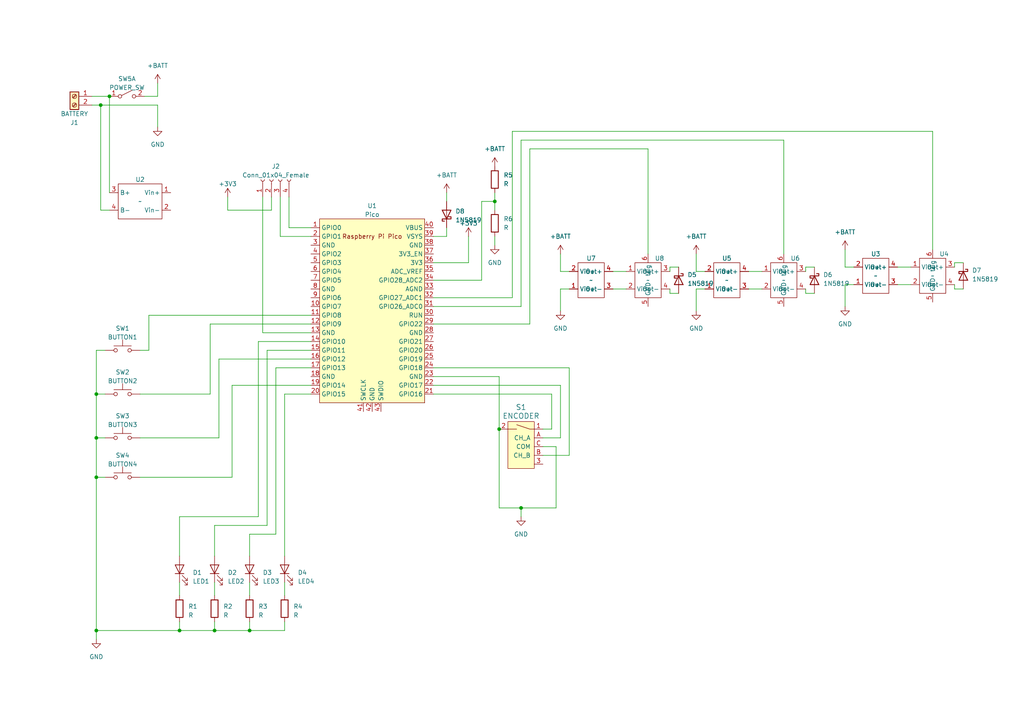
<source format=kicad_sch>
(kicad_sch (version 20230121) (generator eeschema)
  (paper "A4")
  (title_block (title "Drumkit") (date "2024-03-30") (rev "2") (comment 1 "https://git.xythobuz.de/thomas/drumkit") (comment 2 "Licensed under the CERN-OHL-S-2.0+") (comment 4 "Copyright (c) 2024 Kauzerei, Thomas Buck"))
  (lib_symbols
    (symbol "Connector:Conn_01x04_Female" (pin_names (offset 1.016) hide)
      (property "Reference" "J" (at 0 5.08 0))
      (property "Value" "Conn_01x04_Female" (at 0 -7.62 0))
      (symbol "Conn_01x04_Female_1_1"
        (arc (start 0 -4.572) (mid -0.5058 -5.08) (end 0 -5.588) (stroke (width 0.1524)))
        (arc (start 0 -2.032) (mid -0.5058 -2.54) (end 0 -3.048) (stroke (width 0.1524)))
        (polyline (pts (xy -1.27 -5.08) (xy -0.508 -5.08)) (stroke (width 0.1524)))
        (polyline (pts (xy -1.27 -2.54) (xy -0.508 -2.54)) (stroke (width 0.1524)))
        (polyline (pts (xy -1.27 0) (xy -0.508 0)) (stroke (width 0.1524)))
        (polyline (pts (xy -1.27 2.54) (xy -0.508 2.54)) (stroke (width 0.1524)))
        (arc (start 0 0.508) (mid -0.5058 0) (end 0 -0.508) (stroke (width 0.1524)))
        (arc (start 0 3.048) (mid -0.5058 2.54) (end 0 2.032) (stroke (width 0.1524)))
        (pin passive line (at -5.08 2.54 0) (length 3.81) (name "Pin_1") (number "1"))
        (pin passive line (at -5.08 0 0) (length 3.81) (name "Pin_2") (number "2"))
        (pin passive line (at -5.08 -2.54 0) (length 3.81) (name "Pin_3") (number "3"))
        (pin passive line (at -5.08 -5.08 0) (length 3.81) (name "Pin_4") (number "4"))
      )
    )
    (symbol "Connector:Screw_Terminal_01x02" (pin_names (offset 1.016) hide)
      (property "Reference" "J" (at 0 2.54 0))
      (property "Value" "Screw_Terminal_01x02" (at 0 -5.08 0))
      (symbol "Screw_Terminal_01x02_1_1"
        (rectangle (start -1.27 1.27) (end 1.27 -3.81) (stroke (width 0.254)) (fill (type background)))
        (circle (center 0 -2.54) (radius 0.635) (stroke (width 0.1524)))
        (polyline (pts (xy -0.5334 -2.2098) (xy 0.3302 -3.048)) (stroke (width 0.1524)))
        (polyline (pts (xy -0.5334 0.3302) (xy 0.3302 -0.508)) (stroke (width 0.1524)))
        (polyline (pts (xy -0.3556 -2.032) (xy 0.508 -2.8702)) (stroke (width 0.1524)))
        (polyline (pts (xy -0.3556 0.508) (xy 0.508 -0.3302)) (stroke (width 0.1524)))
        (circle (center 0 0) (radius 0.635) (stroke (width 0.1524)))
        (pin passive line (at -5.08 0 0) (length 3.81) (name "Pin_1") (number "1"))
        (pin passive line (at -5.08 -2.54 0) (length 3.81) (name "Pin_2") (number "2"))
      )
    )
    (symbol "Device:LED" (pin_numbers hide) (pin_names (offset 1.016) hide)
      (property "Reference" "D" (at 0 2.54 0))
      (property "Value" "LED" (at 0 -2.54 0))
      (symbol "LED_0_1"
        (polyline (pts (xy -1.27 -1.27) (xy -1.27 1.27)) (stroke (width 0.2032)))
        (polyline (pts (xy -1.27 0) (xy 1.27 0)))
        (polyline (pts (xy 1.27 -1.27) (xy 1.27 1.27) (xy -1.27 0) (xy 1.27 -1.27)) (stroke (width 0.2032)))
        (polyline (pts (xy -3.048 -0.762) (xy -4.572 -2.286) (xy -3.81 -2.286) (xy -4.572 -2.286) (xy -4.572 -1.524)))
        (polyline (pts (xy -1.778 -0.762) (xy -3.302 -2.286) (xy -2.54 -2.286) (xy -3.302 -2.286) (xy -3.302 -1.524)))
      )
      (symbol "LED_1_1"
        (pin passive line (at -3.81 0 0) (length 2.54) (name "K") (number "1"))
        (pin passive line (at 3.81 0 180) (length 2.54) (name "A") (number "2"))
      )
    )
    (symbol "Device:R" (pin_numbers hide) (pin_names (offset 0))
      (property "Reference" "R" (at 2.032 0 90))
      (property "Value" "R" (at 0 0 90))
      (symbol "R_0_1"
        (rectangle (start -1.016 -2.54) (end 1.016 2.54) (stroke (width 0.254)))
      )
      (symbol "R_1_1"
        (pin passive line (at 0 3.81 270) (length 1.27) (name "~") (number "1"))
        (pin passive line (at 0 -3.81 90) (length 1.27) (name "~") (number "2"))
      )
    )
    (symbol "Diode:1N5819" (pin_numbers hide) (pin_names (offset 1.016) hide)
      (property "Reference" "D" (at 0 2.54 0))
      (property "Value" "1N5819" (at 0 -2.54 0))
      (symbol "1N5819_0_1"
        (polyline (pts (xy 1.27 0) (xy -1.27 0)))
        (polyline (pts (xy 1.27 1.27) (xy 1.27 -1.27) (xy -1.27 0) (xy 1.27 1.27)) (stroke (width 0.254)))
        (polyline (pts (xy -1.905 0.635) (xy -1.905 1.27) (xy -1.27 1.27) (xy -1.27 -1.27) (xy -0.635 -1.27) (xy -0.635 -0.635)) (stroke (width 0.254)))
      )
      (symbol "1N5819_1_1"
        (pin passive line (at -3.81 0 0) (length 2.54) (name "K") (number "1"))
        (pin passive line (at 3.81 0 180) (length 2.54) (name "A") (number "2"))
      )
    )
    (symbol "GND_1" (power) (pin_names (offset 0))
      (property "Value" "GND_1" (at 0 -3.81 0))
      (symbol "GND_1_0_1"
        (polyline (pts (xy 0 0) (xy 0 -1.27) (xy 1.27 -1.27) (xy 0 -2.54) (xy -1.27 -1.27) (xy 0 -1.27)))
      )
      (symbol "GND_1_1_1"
        (pin power_in line (at 0 0 270) (length 0) hide (name "GND") (number "1"))
      )
    )
    (symbol "MCU_RaspberryPi_and_Boards:Pico"
      (property "Reference" "U" (at -13.97 27.94 0))
      (property "Value" "Pico" (at 0 19.05 0))
      (symbol "Pico_0_0"
        (text "Raspberry Pi Pico" (at 0 21.59 0) (effects (font (size 1.27 1.27))))
      )
      (symbol "Pico_0_1"
        (rectangle (start -15.24 26.67) (end 15.24 -26.67) (fill (type background)))
      )
      (symbol "Pico_1_1"
        (pin bidirectional line (at -17.78 24.13 0) (length 2.54) (name "GPIO0") (number "1"))
        (pin bidirectional line (at -17.78 1.27 0) (length 2.54) (name "GPIO7") (number "10"))
        (pin bidirectional line (at -17.78 -1.27 0) (length 2.54) (name "GPIO8") (number "11"))
        (pin bidirectional line (at -17.78 -3.81 0) (length 2.54) (name "GPIO9") (number "12"))
        (pin power_in line (at -17.78 -6.35 0) (length 2.54) (name "GND") (number "13"))
        (pin bidirectional line (at -17.78 -8.89 0) (length 2.54) (name "GPIO10") (number "14"))
        (pin bidirectional line (at -17.78 -11.43 0) (length 2.54) (name "GPIO11") (number "15"))
        (pin bidirectional line (at -17.78 -13.97 0) (length 2.54) (name "GPIO12") (number "16"))
        (pin bidirectional line (at -17.78 -16.51 0) (length 2.54) (name "GPIO13") (number "17"))
        (pin power_in line (at -17.78 -19.05 0) (length 2.54) (name "GND") (number "18"))
        (pin bidirectional line (at -17.78 -21.59 0) (length 2.54) (name "GPIO14") (number "19"))
        (pin bidirectional line (at -17.78 21.59 0) (length 2.54) (name "GPIO1") (number "2"))
        (pin bidirectional line (at -17.78 -24.13 0) (length 2.54) (name "GPIO15") (number "20"))
        (pin bidirectional line (at 17.78 -24.13 180) (length 2.54) (name "GPIO16") (number "21"))
        (pin bidirectional line (at 17.78 -21.59 180) (length 2.54) (name "GPIO17") (number "22"))
        (pin power_in line (at 17.78 -19.05 180) (length 2.54) (name "GND") (number "23"))
        (pin bidirectional line (at 17.78 -16.51 180) (length 2.54) (name "GPIO18") (number "24"))
        (pin bidirectional line (at 17.78 -13.97 180) (length 2.54) (name "GPIO19") (number "25"))
        (pin bidirectional line (at 17.78 -11.43 180) (length 2.54) (name "GPIO20") (number "26"))
        (pin bidirectional line (at 17.78 -8.89 180) (length 2.54) (name "GPIO21") (number "27"))
        (pin power_in line (at 17.78 -6.35 180) (length 2.54) (name "GND") (number "28"))
        (pin bidirectional line (at 17.78 -3.81 180) (length 2.54) (name "GPIO22") (number "29"))
        (pin power_in line (at -17.78 19.05 0) (length 2.54) (name "GND") (number "3"))
        (pin input line (at 17.78 -1.27 180) (length 2.54) (name "RUN") (number "30"))
        (pin bidirectional line (at 17.78 1.27 180) (length 2.54) (name "GPIO26_ADC0") (number "31"))
        (pin bidirectional line (at 17.78 3.81 180) (length 2.54) (name "GPIO27_ADC1") (number "32"))
        (pin power_in line (at 17.78 6.35 180) (length 2.54) (name "AGND") (number "33"))
        (pin bidirectional line (at 17.78 8.89 180) (length 2.54) (name "GPIO28_ADC2") (number "34"))
        (pin power_in line (at 17.78 11.43 180) (length 2.54) (name "ADC_VREF") (number "35"))
        (pin power_in line (at 17.78 13.97 180) (length 2.54) (name "3V3") (number "36"))
        (pin input line (at 17.78 16.51 180) (length 2.54) (name "3V3_EN") (number "37"))
        (pin bidirectional line (at 17.78 19.05 180) (length 2.54) (name "GND") (number "38"))
        (pin power_in line (at 17.78 21.59 180) (length 2.54) (name "VSYS") (number "39"))
        (pin bidirectional line (at -17.78 16.51 0) (length 2.54) (name "GPIO2") (number "4"))
        (pin power_in line (at 17.78 24.13 180) (length 2.54) (name "VBUS") (number "40"))
        (pin input line (at -2.54 -29.21 90) (length 2.54) (name "SWCLK") (number "41"))
        (pin power_in line (at 0 -29.21 90) (length 2.54) (name "GND") (number "42"))
        (pin bidirectional line (at 2.54 -29.21 90) (length 2.54) (name "SWDIO") (number "43"))
        (pin bidirectional line (at -17.78 13.97 0) (length 2.54) (name "GPIO3") (number "5"))
        (pin bidirectional line (at -17.78 11.43 0) (length 2.54) (name "GPIO4") (number "6"))
        (pin bidirectional line (at -17.78 8.89 0) (length 2.54) (name "GPIO5") (number "7"))
        (pin power_in line (at -17.78 6.35 0) (length 2.54) (name "GND") (number "8"))
        (pin bidirectional line (at -17.78 3.81 0) (length 2.54) (name "GPIO6") (number "9"))
      )
    )
    (symbol "R_1" (pin_numbers hide) (pin_names (offset 0))
      (property "Reference" "R" (at 2.032 0 90))
      (property "Value" "R" (at 0 0 90))
      (symbol "R_1_0_1"
        (rectangle (start -1.016 -2.54) (end 1.016 2.54) (stroke (width 0.254)))
      )
      (symbol "R_1_1_1"
        (pin passive line (at 0 3.81 270) (length 1.27) (name "~") (number "1"))
        (pin passive line (at 0 -3.81 90) (length 1.27) (name "~") (number "2"))
      )
    )
    (symbol "Switch:SW_DPST_x2" (pin_names (offset 0) hide)
      (property "Reference" "SW" (at 0 3.175 0))
      (property "Value" "SW_DPST_x2" (at 0 -2.54 0))
      (symbol "SW_DPST_x2_0_0"
        (circle (center -2.032 0) (radius 0.508))
        (polyline (pts (xy -1.524 0.254) (xy 1.524 1.778)))
        (circle (center 2.032 0) (radius 0.508))
      )
      (symbol "SW_DPST_x2_1_1"
        (pin passive line (at -5.08 0 0) (length 2.54) (name "A") (number "1"))
        (pin passive line (at 5.08 0 180) (length 2.54) (name "B") (number "2"))
      )
      (symbol "SW_DPST_x2_2_1"
        (pin passive line (at -5.08 0 0) (length 2.54) (name "A") (number "3"))
        (pin passive line (at 5.08 0 180) (length 2.54) (name "B") (number "4"))
      )
    )
    (symbol "Switch:SW_Push" (pin_numbers hide) (pin_names (offset 1.016) hide)
      (property "Reference" "SW" (at 1.27 2.54 0))
      (property "Value" "SW_Push" (at 0 -1.524 0))
      (symbol "SW_Push_0_1"
        (circle (center -2.032 0) (radius 0.508))
        (polyline (pts (xy 0 1.27) (xy 0 3.048)))
        (polyline (pts (xy 2.54 1.27) (xy -2.54 1.27)))
        (circle (center 2.032 0) (radius 0.508))
        (pin passive line (at -5.08 0 0) (length 2.54) (name "1") (number "1"))
        (pin passive line (at 5.08 0 180) (length 2.54) (name "2") (number "2"))
      )
    )
    (symbol "chinese_modules:charger"
      (property "Reference" "U" (at 0 0 0))
      (symbol "charger_0_1"
        (rectangle (start -6.35 5.08) (end 6.35 -5.08))
      )
      (symbol "charger_1_1"
        (pin input line (at 8.89 2.54 180) (length 2.54) (name "Vin+") (number "1"))
        (pin input line (at 8.89 -2.54 180) (length 2.54) (name "Vin-") (number "2"))
        (pin input line (at -8.89 2.54 0) (length 2.54) (name "B+") (number "3"))
        (pin input line (at -8.89 -2.54 0) (length 2.54) (name "B-") (number "4"))
      )
    )
    (symbol "chinese_modules:dc-dc"
      (property "Reference" "U" (at 0 0 0))
      (symbol "dc-dc_0_1"
        (rectangle (start -3.81 5.08) (end 3.81 -5.08))
      )
      (symbol "dc-dc_1_1"
        (pin power_in line (at -6.35 -2.54 0) (length 2.54) (name "Vin+") (number "1"))
        (pin power_in line (at -6.35 2.54 0) (length 2.54) (name "Vin+") (number "2"))
        (pin power_out line (at 6.35 -2.54 180) (length 2.54) (name "Out-") (number "3"))
        (pin power_out line (at 6.35 2.54 180) (length 2.54) (name "Out+") (number "4"))
      )
    )
    (symbol "chinese_modules:xy-mos"
      (property "Reference" "U" (at -11.43 0 0))
      (symbol "xy-mos_0_1"
        (rectangle (start -3.81 5.08) (end 3.81 -5.08))
      )
      (symbol "xy-mos_1_1"
        (pin power_in line (at -6.35 2.54 0) (length 2.54) (name "Vin+") (number "1"))
        (pin power_in line (at -6.35 -2.54 0) (length 2.54) (name "Vin-") (number "2"))
        (pin power_out line (at 6.35 2.54 180) (length 2.54) (name "Out+") (number "3"))
        (pin power_out line (at 6.35 -2.54 180) (length 2.54) (name "Out-") (number "4"))
        (pin input line (at 0 -7.62 90) (length 2.54) (name "GND") (number "5"))
        (pin input line (at 0 7.62 270) (length 2.54) (name "trig") (number "6"))
      )
    )
    (symbol "dk_Encoders:PEC11R-4215F-S0024" (pin_names (offset 1.016))
      (property "Reference" "S" (at -1.27 5.715 0))
      (property "Value" "PEC11R-4215F-S0024" (at -1.27 -9.906 0))
      (symbol "PEC11R-4215F-S0024_0_1"
        (rectangle (start -5.08 4.699) (end 2.54 -8.89) (fill (type background)))
        (polyline (pts (xy 0 2.54) (xy 2.54 2.54)))
        (polyline (pts (xy -5.08 2.54) (xy -3.81 2.54) (xy 0 3.81)))
      )
      (symbol "PEC11R-4215F-S0024_1_1"
        (pin bidirectional line (at -7.62 2.54 0) (length 2.54) (name "~") (number "1"))
        (pin bidirectional line (at 5.08 2.54 180) (length 2.54) (name "~") (number "2"))
        (pin unspecified line (at -7.62 -7.62 0) (length 2.54) (name "~") (number "3"))
        (pin bidirectional line (at -7.62 0 0) (length 2.54) (name "CH_A") (number "A"))
        (pin bidirectional line (at -7.62 -5.08 0) (length 2.54) (name "CH_B") (number "B"))
        (pin input line (at -7.62 -2.54 0) (length 2.54) (name "COM") (number "C"))
      )
    )
    (symbol "power:+3.3V" (power) (pin_names (offset 0))
      (property "Value" "+3.3V" (at 0 3.556 0))
      (symbol "+3.3V_0_1"
        (polyline (pts (xy -0.762 1.27) (xy 0 2.54)))
        (polyline (pts (xy 0 0) (xy 0 2.54)))
        (polyline (pts (xy 0 2.54) (xy 0.762 1.27)))
      )
      (symbol "+3.3V_1_1"
        (pin power_in line (at 0 0 90) (length 0) hide (name "+3V3") (number "1"))
      )
    )
    (symbol "power:+BATT" (power) (pin_names (offset 0))
      (property "Value" "+BATT" (at 0 3.556 0))
      (symbol "+BATT_0_1"
        (polyline (pts (xy -0.762 1.27) (xy 0 2.54)))
        (polyline (pts (xy 0 0) (xy 0 2.54)))
        (polyline (pts (xy 0 2.54) (xy 0.762 1.27)))
      )
      (symbol "+BATT_1_1"
        (pin power_in line (at 0 0 90) (length 0) hide (name "+BATT") (number "1"))
      )
    )
    (symbol "power:GND" (power) (pin_names (offset 0))
      (property "Value" "GND" (at 0 -3.81 0))
      (symbol "GND_0_1"
        (polyline (pts (xy 0 0) (xy 0 -1.27) (xy 1.27 -1.27) (xy 0 -2.54) (xy -1.27 -1.27) (xy 0 -1.27)))
      )
      (symbol "GND_1_1"
        (pin power_in line (at 0 0 270) (length 0) hide (name "GND") (number "1"))
      )
    )
  )
  (junction (at 27.94 114.3))
  (junction (at 62.23 182.88))
  (junction (at 144.78 124.46))
  (junction (at 29.21 30.48))
  (junction (at 27.94 138.43))
  (junction (at 143.51 58.42))
  (junction (at 27.94 127))
  (junction (at 52.07 182.88))
  (junction (at 72.39 182.88))
  (junction (at 151.13 147.32))
  (junction (at 27.94 182.88))
  (junction (at 31.75 27.94))
  (wire (pts (xy 29.21 60.96) (xy 29.21 30.48)))
  (wire (pts (xy 144.78 109.22) (xy 144.78 124.46)))
  (wire (pts (xy 194.31 77.47) (xy 196.85 77.47)))
  (wire (pts (xy 204.47 83.82) (xy 201.93 83.82)))
  (wire (pts (xy 165.1 83.82) (xy 162.56 83.82)))
  (wire (pts (xy 30.48 127) (xy 27.94 127)))
  (wire (pts (xy 201.93 73.66) (xy 201.93 78.74)))
  (wire (pts (xy 52.07 149.86) (xy 74.93 149.86)))
  (wire (pts (xy 148.59 38.1) (xy 270.51 38.1)))
  (wire (pts (xy 80.01 106.68) (xy 80.01 154.94)))
  (wire (pts (xy 187.96 43.18) (xy 187.96 73.66)))
  (wire (pts (xy 139.7 81.28) (xy 139.7 58.42)))
  (wire (pts (xy 157.48 124.46) (xy 160.02 124.46)))
  (wire (pts (xy 276.86 82.55) (xy 276.86 83.82)))
  (wire (pts (xy 27.94 182.88) (xy 27.94 185.42)))
  (wire (pts (xy 40.64 138.43) (xy 67.31 138.43)))
  (wire (pts (xy 43.18 101.6) (xy 40.64 101.6)))
  (wire (pts (xy 66.04 60.96) (xy 78.74 60.96)))
  (wire (pts (xy 67.31 138.43) (xy 67.31 111.76)))
  (wire (pts (xy 153.67 43.18) (xy 187.96 43.18)))
  (wire (pts (xy 276.86 83.82) (xy 279.4 83.82)))
  (wire (pts (xy 81.28 68.58) (xy 90.17 68.58)))
  (wire (pts (xy 30.48 101.6) (xy 27.94 101.6)))
  (wire (pts (xy 227.33 40.64) (xy 227.33 73.66)))
  (wire (pts (xy 62.23 152.4) (xy 62.23 161.29)))
  (wire (pts (xy 148.59 86.36) (xy 148.59 38.1)))
  (wire (pts (xy 72.39 168.91) (xy 72.39 172.72)))
  (wire (pts (xy 157.48 129.54) (xy 161.29 129.54)))
  (wire (pts (xy 153.67 93.98) (xy 153.67 43.18)))
  (wire (pts (xy 162.56 127) (xy 162.56 111.76)))
  (wire (pts (xy 78.74 60.96) (xy 78.74 57.15)))
  (wire (pts (xy 151.13 88.9) (xy 125.73 88.9)))
  (wire (pts (xy 177.8 78.74) (xy 181.61 78.74)))
  (wire (pts (xy 52.07 182.88) (xy 62.23 182.88)))
  (wire (pts (xy 82.55 168.91) (xy 82.55 172.72)))
  (wire (pts (xy 217.17 83.82) (xy 220.98 83.82)))
  (wire (pts (xy 27.94 101.6) (xy 27.94 114.3)))
  (wire (pts (xy 245.11 77.47) (xy 247.65 77.47)))
  (wire (pts (xy 165.1 106.68) (xy 165.1 132.08)))
  (wire (pts (xy 233.68 78.74) (xy 233.68 77.47)))
  (wire (pts (xy 74.93 99.06) (xy 90.17 99.06)))
  (wire (pts (xy 151.13 40.64) (xy 151.13 88.9)))
  (wire (pts (xy 52.07 182.88) (xy 52.07 180.34)))
  (wire (pts (xy 82.55 182.88) (xy 82.55 180.34)))
  (wire (pts (xy 125.73 81.28) (xy 139.7 81.28)))
  (wire (pts (xy 62.23 168.91) (xy 62.23 172.72)))
  (wire (pts (xy 45.72 30.48) (xy 45.72 36.83)))
  (wire (pts (xy 125.73 76.2) (xy 135.89 76.2)))
  (wire (pts (xy 194.31 85.09) (xy 196.85 85.09)))
  (wire (pts (xy 27.94 114.3) (xy 30.48 114.3)))
  (wire (pts (xy 27.94 114.3) (xy 27.94 127)))
  (wire (pts (xy 43.18 91.44) (xy 90.17 91.44)))
  (wire (pts (xy 40.64 127) (xy 63.5 127)))
  (wire (pts (xy 233.68 83.82) (xy 233.68 85.09)))
  (wire (pts (xy 177.8 83.82) (xy 181.61 83.82)))
  (wire (pts (xy 72.39 154.94) (xy 80.01 154.94)))
  (wire (pts (xy 83.82 66.04) (xy 90.17 66.04)))
  (wire (pts (xy 125.73 106.68) (xy 165.1 106.68)))
  (wire (pts (xy 90.17 104.14) (xy 63.5 104.14)))
  (wire (pts (xy 45.72 27.94) (xy 45.72 24.13)))
  (wire (pts (xy 77.47 152.4) (xy 62.23 152.4)))
  (wire (pts (xy 160.02 114.3) (xy 125.73 114.3)))
  (wire (pts (xy 245.11 82.55) (xy 245.11 88.9)))
  (wire (pts (xy 233.68 85.09) (xy 236.22 85.09)))
  (wire (pts (xy 161.29 129.54) (xy 161.29 147.32)))
  (wire (pts (xy 41.91 27.94) (xy 45.72 27.94)))
  (wire (pts (xy 26.67 30.48) (xy 29.21 30.48)))
  (wire (pts (xy 143.51 58.42) (xy 143.51 60.96)))
  (wire (pts (xy 260.35 82.55) (xy 264.16 82.55)))
  (wire (pts (xy 67.31 111.76) (xy 90.17 111.76)))
  (wire (pts (xy 276.86 76.2) (xy 279.4 76.2)))
  (wire (pts (xy 72.39 182.88) (xy 72.39 180.34)))
  (wire (pts (xy 80.01 106.68) (xy 90.17 106.68)))
  (wire (pts (xy 135.89 76.2) (xy 135.89 68.58)))
  (wire (pts (xy 74.93 149.86) (xy 74.93 99.06)))
  (wire (pts (xy 29.21 60.96) (xy 31.75 60.96)))
  (wire (pts (xy 194.31 78.74) (xy 194.31 77.47)))
  (wire (pts (xy 143.51 55.88) (xy 143.51 58.42)))
  (wire (pts (xy 52.07 161.29) (xy 52.07 149.86)))
  (wire (pts (xy 144.78 124.46) (xy 144.78 147.32)))
  (wire (pts (xy 125.73 68.58) (xy 129.54 68.58)))
  (wire (pts (xy 270.51 38.1) (xy 270.51 72.39)))
  (wire (pts (xy 139.7 58.42) (xy 143.51 58.42)))
  (wire (pts (xy 90.17 114.3) (xy 82.55 114.3)))
  (wire (pts (xy 27.94 138.43) (xy 27.94 182.88)))
  (wire (pts (xy 217.17 78.74) (xy 220.98 78.74)))
  (wire (pts (xy 165.1 132.08) (xy 157.48 132.08)))
  (wire (pts (xy 60.96 93.98) (xy 90.17 93.98)))
  (wire (pts (xy 129.54 55.88) (xy 129.54 58.42)))
  (wire (pts (xy 227.33 40.64) (xy 151.13 40.64)))
  (wire (pts (xy 40.64 114.3) (xy 60.96 114.3)))
  (wire (pts (xy 43.18 91.44) (xy 43.18 101.6)))
  (wire (pts (xy 162.56 83.82) (xy 162.56 90.17)))
  (wire (pts (xy 276.86 77.47) (xy 276.86 76.2)))
  (wire (pts (xy 72.39 182.88) (xy 82.55 182.88)))
  (wire (pts (xy 76.2 57.15) (xy 76.2 96.52)))
  (wire (pts (xy 201.93 78.74) (xy 204.47 78.74)))
  (wire (pts (xy 77.47 101.6) (xy 77.47 152.4)))
  (wire (pts (xy 29.21 30.48) (xy 45.72 30.48)))
  (wire (pts (xy 66.04 57.15) (xy 66.04 60.96)))
  (wire (pts (xy 60.96 114.3) (xy 60.96 93.98)))
  (wire (pts (xy 82.55 114.3) (xy 82.55 161.29)))
  (wire (pts (xy 27.94 138.43) (xy 30.48 138.43)))
  (wire (pts (xy 260.35 77.47) (xy 264.16 77.47)))
  (wire (pts (xy 72.39 161.29) (xy 72.39 154.94)))
  (wire (pts (xy 27.94 182.88) (xy 52.07 182.88)))
  (wire (pts (xy 76.2 96.52) (xy 90.17 96.52)))
  (wire (pts (xy 162.56 73.66) (xy 162.56 78.74)))
  (wire (pts (xy 160.02 124.46) (xy 160.02 114.3)))
  (wire (pts (xy 162.56 111.76) (xy 125.73 111.76)))
  (wire (pts (xy 143.51 68.58) (xy 143.51 71.12)))
  (wire (pts (xy 157.48 127) (xy 162.56 127)))
  (wire (pts (xy 31.75 27.94) (xy 31.75 55.88)))
  (wire (pts (xy 245.11 82.55) (xy 247.65 82.55)))
  (wire (pts (xy 162.56 78.74) (xy 165.1 78.74)))
  (wire (pts (xy 52.07 168.91) (xy 52.07 172.72)))
  (wire (pts (xy 27.94 127) (xy 27.94 138.43)))
  (wire (pts (xy 62.23 182.88) (xy 62.23 180.34)))
  (wire (pts (xy 81.28 57.15) (xy 81.28 68.58)))
  (wire (pts (xy 63.5 104.14) (xy 63.5 127)))
  (wire (pts (xy 201.93 83.82) (xy 201.93 90.17)))
  (wire (pts (xy 161.29 147.32) (xy 151.13 147.32)))
  (wire (pts (xy 129.54 66.04) (xy 129.54 68.58)))
  (wire (pts (xy 125.73 93.98) (xy 153.67 93.98)))
  (wire (pts (xy 194.31 83.82) (xy 194.31 85.09)))
  (wire (pts (xy 62.23 182.88) (xy 72.39 182.88)))
  (wire (pts (xy 151.13 147.32) (xy 144.78 147.32)))
  (wire (pts (xy 125.73 109.22) (xy 144.78 109.22)))
  (wire (pts (xy 125.73 86.36) (xy 148.59 86.36)))
  (wire (pts (xy 77.47 101.6) (xy 90.17 101.6)))
  (wire (pts (xy 26.67 27.94) (xy 31.75 27.94)))
  (wire (pts (xy 233.68 77.47) (xy 236.22 77.47)))
  (wire (pts (xy 83.82 57.15) (xy 83.82 66.04)))
  (wire (pts (xy 245.11 72.39) (xy 245.11 77.47)))
  (wire (pts (xy 151.13 147.32) (xy 151.13 149.86)))
  (symbol (lib_id "power:GND") (at 201.93 90.17 0) (unit 1)
    (property "Reference" "#PWR09" (effects hide))
    (property "Value" "GND" (at 201.93 95.25 0))
  )
  (symbol (lib_id "power:+BATT") (at 45.72 24.13 0) (unit 1)
    (property "Reference" "#PWR06" (effects hide))
    (property "Value" "+BATT" (at 45.72 19.05 0))
  )
  (symbol (lib_id "Device:LED") (at 72.39 165.1 90) (unit 1)
    (property "Reference" "D3" (at 76.2 166.0652 90) (effects (justify right)))
    (property "Value" "LED3" (at 76.2 168.6052 90) (effects (justify right)))
    (property "Footprint" "LED_THT:LED_D5.0mm" (effects hide))
  )
  (symbol (lib_id "power:+BATT") (at 245.11 72.39 0) (unit 1)
    (property "Reference" "#PWR04" (effects hide))
    (property "Value" "+BATT" (at 245.11 67.31 0))
  )
  (symbol (lib_id "Switch:SW_DPST_x2") (at 36.83 27.94 0) (unit 1)
    (property "Reference" "SW5" (at 36.83 22.86 0))
    (property "Value" "POWER_SW" (at 36.83 25.4 0))
    (property "Footprint" "Inductor_THT:L_Radial_D12.0mm_P6.00mm_MuRATA_1900R" (effects hide))
  )
  (symbol (lib_name "R_1") (lib_id "Device:R") (at 143.51 64.77 0) (unit 1)
    (property "Reference" "R6" (at 146.05 63.5 0) (effects (justify left)))
    (property "Value" "R" (at 146.05 66.04 0) (effects (justify left)))
    (property "Footprint" "Resistor_THT:R_Axial_DIN0309_L9.0mm_D3.2mm_P12.70mm_Horizontal" (effects hide))
  )
  (symbol (lib_id "chinese_modules:xy-mos") (at 187.96 81.28 0) (unit 1)
    (property "Reference" "U8" (at 189.9159 74.93 0) (effects (justify left)))
    (property "Value" "~" (at 187.96 81.28 0))
    (property "Footprint" "chinese_modules:xy-mos" (effects hide))
  )
  (symbol (lib_id "Device:R") (at 82.55 176.53 0) (unit 1)
    (property "Reference" "R4" (at 85.09 175.895 0) (effects (justify left)))
    (property "Value" "R" (at 85.09 178.435 0) (effects (justify left)))
    (property "Footprint" "Resistor_THT:R_Axial_DIN0617_L17.0mm_D6.0mm_P5.08mm_Vertical" (effects hide))
  )
  (symbol (lib_id "power:+3.3V") (at 135.89 68.58 0) (unit 1)
    (property "Reference" "#PWR07" (effects hide))
    (property "Value" "+3.3V" (at 135.89 64.77 0))
  )
  (symbol (lib_id "power:GND") (at 143.51 71.12 0) (unit 1)
    (property "Reference" "#PWR011" (effects hide))
    (property "Value" "GND" (at 143.51 76.2 0))
  )
  (symbol (lib_id "power:+BATT") (at 143.51 48.26 0) (unit 1)
    (property "Reference" "#PWR05" (effects hide))
    (property "Value" "+BATT" (at 143.51 43.18 0))
  )
  (symbol (lib_id "Diode:1N5819") (at 236.22 81.28 270) (unit 1)
    (property "Reference" "D6" (at 238.76 79.6925 90) (effects (justify left)))
    (property "Value" "1N5819" (at 238.76 82.2325 90) (effects (justify left)))
    (property "Footprint" "Diode_THT:D_DO-41_SOD81_P10.16mm_Horizontal" (effects hide))
    (property "Datasheet" "http://www.vishay.com/docs/88525/1n5817.pdf" (effects hide))
  )
  (symbol (lib_id "Device:LED") (at 82.55 165.1 90) (unit 1)
    (property "Reference" "D4" (at 86.36 166.0652 90) (effects (justify right)))
    (property "Value" "LED4" (at 86.36 168.6052 90) (effects (justify right)))
    (property "Footprint" "LED_THT:LED_D5.0mm" (effects hide))
  )
  (symbol (lib_id "chinese_modules:charger") (at 40.64 58.42 0) (unit 1)
    (property "Reference" "U2" (at 40.64 52.07 0))
    (property "Value" "~" (at 40.64 58.42 0))
    (property "Footprint" "chinese_modules:charger" (effects hide))
  )
  (symbol (lib_id "chinese_modules:dc-dc") (at 210.82 81.28 0) (unit 1)
    (property "Reference" "U5" (at 210.82 74.93 0))
    (property "Value" "~" (at 210.82 81.28 0))
    (property "Footprint" "chinese_modules:dc-dc module" (effects hide))
  )
  (symbol (lib_id "Connector:Screw_Terminal_01x02") (at 21.59 27.94 0) (mirror y) (unit 1)
    (property "Reference" "J1" (at 21.59 35.56 0))
    (property "Value" "BATTERY" (at 21.59 33.02 0))
    (property "Footprint" "TerminalBlock:TerminalBlock_bornier-2_P5.08mm" (effects hide))
  )
  (symbol (lib_id "Switch:SW_Push") (at 35.56 101.6 0) (unit 1)
    (property "Reference" "SW1" (at 35.56 95.25 0))
    (property "Value" "BUTTON1" (at 35.56 97.79 0))
    (property "Footprint" "Inductor_THT:L_Radial_D12.0mm_P6.00mm_MuRATA_1900R" (effects hide))
  )
  (symbol (lib_id "Switch:SW_Push") (at 35.56 114.3 0) (unit 1)
    (property "Reference" "SW2" (at 35.56 107.95 0))
    (property "Value" "BUTTON2" (at 35.56 110.49 0))
    (property "Footprint" "Inductor_THT:L_Radial_D12.0mm_P6.00mm_MuRATA_1900R" (effects hide))
  )
  (symbol (lib_id "chinese_modules:xy-mos") (at 227.33 81.28 0) (unit 1)
    (property "Reference" "U6" (at 229.2859 74.93 0) (effects (justify left)))
    (property "Value" "~" (at 227.33 81.28 0))
    (property "Footprint" "chinese_modules:xy-mos" (effects hide))
  )
  (symbol (lib_id "Switch:SW_Push") (at 35.56 127 0) (unit 1)
    (property "Reference" "SW3" (at 35.56 120.65 0))
    (property "Value" "BUTTON3" (at 35.56 123.19 0))
    (property "Footprint" "Inductor_THT:L_Radial_D12.0mm_P6.00mm_MuRATA_1900R" (effects hide))
  )
  (symbol (lib_id "Diode:1N5819") (at 279.4 80.01 270) (unit 1)
    (property "Reference" "D7" (at 281.94 78.4225 90) (effects (justify left)))
    (property "Value" "1N5819" (at 281.94 80.9625 90) (effects (justify left)))
    (property "Footprint" "Diode_THT:D_DO-41_SOD81_P10.16mm_Horizontal" (effects hide))
    (property "Datasheet" "http://www.vishay.com/docs/88525/1n5817.pdf" (effects hide))
  )
  (symbol (lib_name "GND_1") (lib_id "power:GND") (at 245.11 88.9 0) (unit 1)
    (property "Reference" "#PWR014" (effects hide))
    (property "Value" "GND" (at 245.11 93.98 0))
  )
  (symbol (lib_id "power:+BATT") (at 129.54 55.88 0) (unit 1)
    (property "Reference" "#PWR03" (effects hide))
    (property "Value" "+BATT" (at 129.54 50.8 0))
  )
  (symbol (lib_id "Device:R") (at 62.23 176.53 0) (unit 1)
    (property "Reference" "R2" (at 64.77 175.895 0) (effects (justify left)))
    (property "Value" "R" (at 64.77 178.435 0) (effects (justify left)))
    (property "Footprint" "Resistor_THT:R_Axial_DIN0617_L17.0mm_D6.0mm_P5.08mm_Vertical" (effects hide))
  )
  (symbol (lib_id "chinese_modules:dc-dc") (at 254 80.01 0) (unit 1)
    (property "Reference" "U3" (at 254 73.66 0))
    (property "Value" "~" (at 254 80.01 0))
    (property "Footprint" "chinese_modules:dc-dc module" (effects hide))
  )
  (symbol (lib_id "chinese_modules:xy-mos") (at 270.51 80.01 0) (unit 1)
    (property "Reference" "U4" (at 272.4659 73.66 0) (effects (justify left)))
    (property "Value" "~" (at 270.51 80.01 0))
    (property "Footprint" "chinese_modules:xy-mos" (effects hide))
  )
  (symbol (lib_id "power:GND") (at 151.13 149.86 0) (unit 1)
    (property "Reference" "#PWR015" (effects hide))
    (property "Value" "GND" (at 151.13 154.94 0))
  )
  (symbol (lib_id "power:GND") (at 27.94 185.42 0) (unit 1)
    (property "Reference" "#PWR01" (effects hide))
    (property "Value" "GND" (at 27.94 190.5 0))
  )
  (symbol (lib_id "Device:R") (at 52.07 176.53 0) (unit 1)
    (property "Reference" "R1" (at 54.61 175.895 0) (effects (justify left)))
    (property "Value" "R" (at 54.61 178.435 0) (effects (justify left)))
    (property "Footprint" "Resistor_THT:R_Axial_DIN0617_L17.0mm_D6.0mm_P5.08mm_Vertical" (effects hide))
  )
  (symbol (lib_id "Device:LED") (at 62.23 165.1 90) (unit 1)
    (property "Reference" "D2" (at 66.04 166.0652 90) (effects (justify right)))
    (property "Value" "LED2" (at 66.04 168.6052 90) (effects (justify right)))
    (property "Footprint" "LED_THT:LED_D5.0mm" (effects hide))
  )
  (symbol (lib_id "power:GND") (at 45.72 36.83 0) (unit 1)
    (property "Reference" "#PWR02" (effects hide))
    (property "Value" "GND" (at 45.72 41.91 0))
  )
  (symbol (lib_id "power:+3.3V") (at 66.04 57.15 0) (unit 1)
    (property "Reference" "#PWR012" (effects hide))
    (property "Value" "+3.3V" (at 66.04 53.34 0))
  )
  (symbol (lib_id "Diode:1N5819") (at 196.85 81.28 270) (unit 1)
    (property "Reference" "D5" (at 199.39 79.6925 90) (effects (justify left)))
    (property "Value" "1N5819" (at 199.39 82.2325 90) (effects (justify left)))
    (property "Footprint" "Diode_THT:D_DO-41_SOD81_P10.16mm_Horizontal" (effects hide))
    (property "Datasheet" "http://www.vishay.com/docs/88525/1n5817.pdf" (effects hide))
  )
  (symbol (lib_id "dk_Encoders:PEC11R-4215F-S0024") (at 149.86 127 0) (mirror y) (unit 1)
    (property "Reference" "S1" (at 151.13 118.11 0) (effects (font (size 1.524 1.524))))
    (property "Value" "ENCODER" (at 151.13 120.65 0) (effects (font (size 1.524 1.524))))
    (property "Footprint" "digikey-footprints:Rotary_Encoder_Switched_PEC11R" (effects hide))
    (property "Datasheet" "https://www.bourns.com/docs/Product-Datasheets/PEC11R.pdf" (effects hide))
    (property "Digi-Key_PN" "PEC11R-4215F-S0024-ND" (effects hide))
    (property "MPN" "PEC11R-4215F-S0024" (effects hide))
    (property "Category" "Sensors, Transducers" (effects hide))
    (property "Family" "Encoders" (effects hide))
    (property "DK_Datasheet_Link" "https://www.bourns.com/docs/Product-Datasheets/PEC11R.pdf" (effects hide))
    (property "DK_Detail_Page" "/product-detail/en/bourns-inc/PEC11R-4215F-S0024/PEC11R-4215F-S0024-ND/4499665" (effects hide))
    (property "Description" "ROTARY ENCODER MECHANICAL 24PPR" (effects hide))
    (property "Manufacturer" "Bourns Inc." (effects hide))
    (property "Status" "Active" (effects hide))
  )
  (symbol (lib_name "R_1") (lib_id "Device:R") (at 143.51 52.07 0) (unit 1)
    (property "Reference" "R5" (at 146.05 50.8 0) (effects (justify left)))
    (property "Value" "R" (at 146.05 53.34 0) (effects (justify left)))
    (property "Footprint" "Resistor_THT:R_Axial_DIN0309_L9.0mm_D3.2mm_P12.70mm_Horizontal" (effects hide))
  )
  (symbol (lib_id "chinese_modules:dc-dc") (at 171.45 81.28 0) (unit 1)
    (property "Reference" "U7" (at 171.45 74.93 0))
    (property "Value" "~" (at 171.45 81.28 0))
    (property "Footprint" "chinese_modules:dc-dc module" (effects hide))
  )
  (symbol (lib_id "Diode:1N5819") (at 129.54 62.23 90) (unit 1)
    (property "Reference" "D8" (at 132.08 61.2775 90) (effects (justify right)))
    (property "Value" "1N5819" (at 132.08 63.8175 90) (effects (justify right)))
    (property "Footprint" "Diode_THT:D_DO-41_SOD81_P10.16mm_Horizontal" (effects hide))
    (property "Datasheet" "http://www.vishay.com/docs/88525/1n5817.pdf" (effects hide))
  )
  (symbol (lib_id "MCU_RaspberryPi_and_Boards:Pico") (at 107.95 90.17 0) (unit 1)
    (property "Reference" "U1" (at 107.95 59.69 0))
    (property "Value" "Pico" (at 107.95 62.23 0))
    (property "Footprint" "MCU_RaspberryPi_and_Boards:RPi_Pico_SMD_TH" (effects hide))
  )
  (symbol (lib_id "Switch:SW_Push") (at 35.56 138.43 0) (unit 1)
    (property "Reference" "SW4" (at 35.56 132.08 0))
    (property "Value" "BUTTON4" (at 35.56 134.62 0))
    (property "Footprint" "Inductor_THT:L_Radial_D12.0mm_P6.00mm_MuRATA_1900R" (effects hide))
  )
  (symbol (lib_id "Connector:Conn_01x04_Female") (at 78.74 52.07 90) (unit 1)
    (property "Reference" "J2" (at 80.01 48.26 90))
    (property "Value" "Conn_01x04_Female" (at 80.01 50.8 90))
    (property "Footprint" "Connector_PinHeader_2.54mm:PinHeader_1x04_P2.54mm_Vertical" (effects hide))
  )
  (symbol (lib_id "Device:R") (at 72.39 176.53 0) (unit 1)
    (property "Reference" "R3" (at 74.93 175.895 0) (effects (justify left)))
    (property "Value" "R" (at 74.93 178.435 0) (effects (justify left)))
    (property "Footprint" "Resistor_THT:R_Axial_DIN0617_L17.0mm_D6.0mm_P5.08mm_Vertical" (effects hide))
  )
  (symbol (lib_id "Device:LED") (at 52.07 165.1 90) (unit 1)
    (property "Reference" "D1" (at 55.88 166.0652 90) (effects (justify right)))
    (property "Value" "LED1" (at 55.88 168.6052 90) (effects (justify right)))
    (property "Footprint" "LED_THT:LED_D5.0mm" (effects hide))
  )
  (symbol (lib_id "power:+BATT") (at 162.56 73.66 0) (unit 1)
    (property "Reference" "#PWR010" (effects hide))
    (property "Value" "+BATT" (at 162.56 68.58 0))
  )
  (symbol (lib_id "power:+BATT") (at 201.93 73.66 0) (unit 1)
    (property "Reference" "#PWR08" (effects hide))
    (property "Value" "+BATT" (at 201.93 68.58 0))
  )
  (symbol (lib_id "power:GND") (at 162.56 90.17 0) (unit 1)
    (property "Reference" "#PWR013" (effects hide))
    (property "Value" "GND" (at 162.56 95.25 0))
  )
)
</source>
